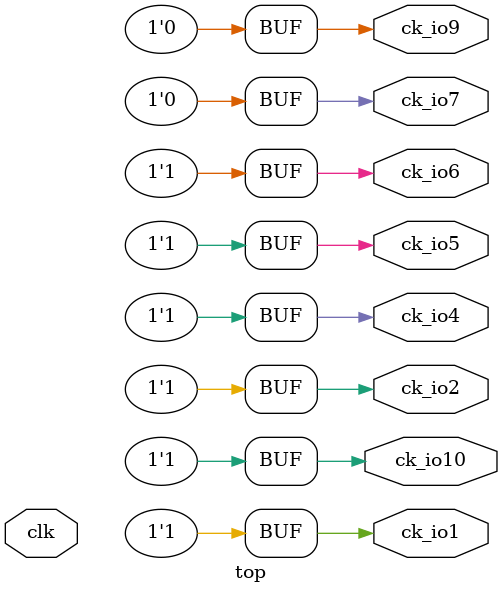
<source format=v>
`timescale 1ns / 1ps

module top(
    input wire clk,
    /*
    input wire en,
    input wire load,
    input wire up,
    input wire clr,
    */
    output wire ck_io1,
    output wire ck_io2,
    output wire ck_io4,
    output wire ck_io5,
    output wire ck_io6,
    output wire ck_io7,
    output wire ck_io9,
    output wire ck_io10
    );
    
    /*
    wire [4:0] num_data = 4'b0011;  //prints 3
    wire [7:0] data_out;
    wire co;
    
    bcd bcd_instance(
        .d(num_data),
        .clk(clk),
        .en(en),
        .load(load),
        .up(up),
        .clr(clr),
        .q(data_out),
        .co(co)
    );
    
    seg7disp disp_instance (
        .clk(clk),
        .data_in(num_data),
        .data_out(data_out)
    );
    */
    
    assign {ck_io1, ck_io2, ck_io4, ck_io5, ck_io6, ck_io7, ck_io9, ck_io10} = 8'b11111001;  //prints 3
    //assign {ck_io1, ck_io2, ck_io4, ck_io5, ck_io6, ck_io7, ck_io9, ck_io10} = data_out;
    
endmodule

</source>
